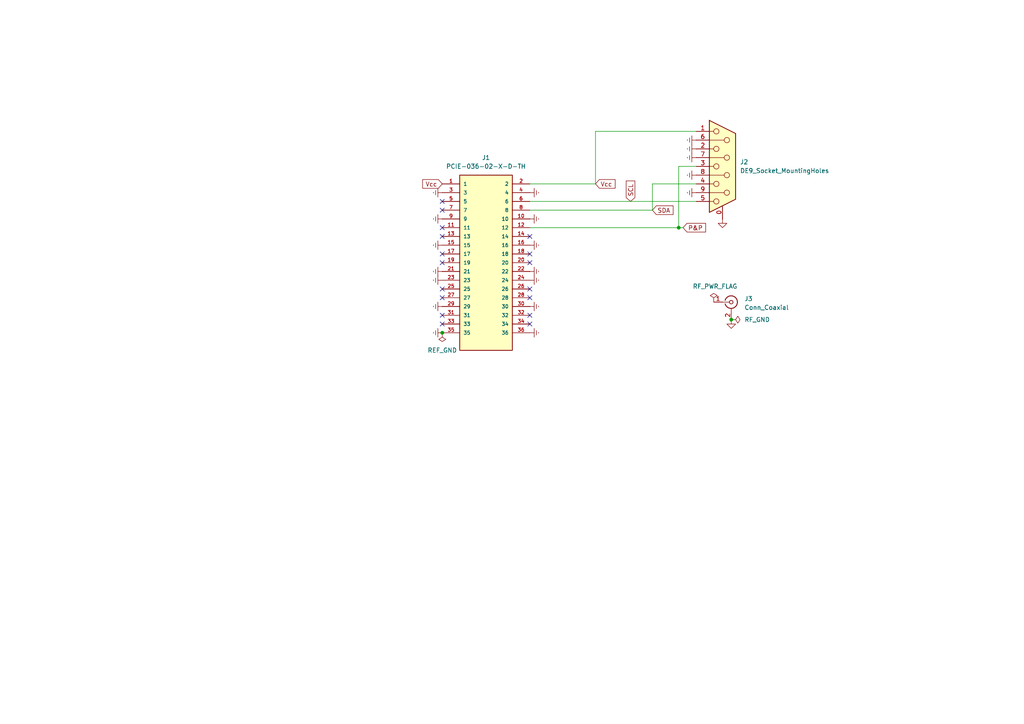
<source format=kicad_sch>
(kicad_sch (version 20250114) (generator "eeschema") (generator_version "9.0")
  (paper "A4")
  (lib_symbols
    (symbol "Connector:Conn_Coaxial" (pin_names (offset 1.016) (hide yes))
      (property "Reference" "J" (at 0.254 3.048 0))
      (property "Value" "Conn_Coaxial" (at 2.921 0 90))
      (symbol "Conn_Coaxial_0_1"
        (polyline (pts (xy -2.54 0) (xy -0.508 0)))
        (arc (start 1.778 0) (mid 0.222 -1.8079) (end -1.778 -0.508) (stroke (width 0.254)))
        (arc (start -1.778 0.508) (mid 0.2221 1.8084) (end 1.778 0) (stroke (width 0.254)))
        (circle (center 0 0) (radius 0.508) (stroke (width 0.2032)))
        (polyline (pts (xy 0 -2.54) (xy 0 -1.778)))
      )
      (symbol "Conn_Coaxial_1_1"
        (pin passive line (at -5.08 0 0) (length 2.54) (name "In") (number "1"))
        (pin passive line (at 0 -5.08 90) (length 2.54) (name "Ext") (number "2"))
      )
    )
    (symbol "Connector:DE9_Socket_MountingHoles" (pin_names (offset 1.016) (hide yes))
      (property "Reference" "J" (at 0 16.51 0))
      (property "Value" "DE9_Socket_MountingHoles" (at 0 14.605 0))
      (symbol "DE9_Socket_MountingHoles_0_1"
        (polyline (pts (xy -3.81 13.335) (xy -3.81 -13.335) (xy 3.81 -9.525) (xy 3.81 9.525) (xy -3.81 13.335)) (stroke (width 0.254)) (fill (type background)))
        (polyline (pts (xy -3.81 10.16) (xy -2.54 10.16)))
        (polyline (pts (xy -3.81 7.62) (xy 0.508 7.62)))
        (polyline (pts (xy -3.81 5.08) (xy -2.54 5.08)))
        (polyline (pts (xy -3.81 2.54) (xy 0.508 2.54)))
        (polyline (pts (xy -3.81 0) (xy -2.54 0)))
        (polyline (pts (xy -3.81 -2.54) (xy 0.508 -2.54)))
        (polyline (pts (xy -3.81 -5.08) (xy -2.54 -5.08)))
        (polyline (pts (xy -3.81 -7.62) (xy 0.508 -7.62)))
        (polyline (pts (xy -3.81 -10.16) (xy -2.54 -10.16)))
        (circle (center -1.778 10.16) (radius 0.762))
        (circle (center -1.778 5.08) (radius 0.762))
        (circle (center -1.778 0) (radius 0.762))
        (circle (center -1.778 -5.08) (radius 0.762))
        (circle (center -1.778 -10.16) (radius 0.762))
        (circle (center 1.27 7.62) (radius 0.762))
        (circle (center 1.27 2.54) (radius 0.762))
        (circle (center 1.27 -2.54) (radius 0.762))
        (circle (center 1.27 -7.62) (radius 0.762))
      )
      (symbol "DE9_Socket_MountingHoles_1_1"
        (pin passive line (at -7.62 10.16 0) (length 3.81) (name "1") (number "1"))
        (pin passive line (at -7.62 7.62 0) (length 3.81) (name "6") (number "6"))
        (pin passive line (at -7.62 5.08 0) (length 3.81) (name "2") (number "2"))
        (pin passive line (at -7.62 2.54 0) (length 3.81) (name "7") (number "7"))
        (pin passive line (at -7.62 0 0) (length 3.81) (name "3") (number "3"))
        (pin passive line (at -7.62 -2.54 0) (length 3.81) (name "8") (number "8"))
        (pin passive line (at -7.62 -5.08 0) (length 3.81) (name "4") (number "4"))
        (pin passive line (at -7.62 -7.62 0) (length 3.81) (name "9") (number "9"))
        (pin passive line (at -7.62 -10.16 0) (length 3.81) (name "5") (number "5"))
        (pin passive line (at 0 -15.24 90) (length 3.81) (name "PAD") (number "0"))
      )
    )
    (symbol "Samtec:PCIE-036-02-X-D-TH" (pin_names (offset 1.016))
      (property "Reference" "J1" (at 0 30.48 0))
      (property "Value" "PCIE-036-02-X-D-TH" (at 0 27.94 0))
      (symbol "PCIE-036-02-X-D-TH_0_0"
        (rectangle (start -7.62 25.4) (end 7.62 -25.4) (stroke (width 0.254)) (fill (type background)))
        (pin passive line (at -12.7 22.86 0) (length 5.08) (name "1") (number "1"))
        (pin passive line (at -12.7 20.32 0) (length 5.08) (name "3") (number "3"))
        (pin passive line (at -12.7 17.78 0) (length 5.08) (name "5") (number "5"))
        (pin passive line (at -12.7 15.24 0) (length 5.08) (name "7") (number "7"))
        (pin passive line (at -12.7 12.7 0) (length 5.08) (name "9") (number "9"))
        (pin passive line (at -12.7 10.16 0) (length 5.08) (name "11") (number "11"))
        (pin passive line (at -12.7 7.62 0) (length 5.08) (name "13") (number "13"))
        (pin passive line (at -12.7 5.08 0) (length 5.08) (name "15") (number "15"))
        (pin passive line (at -12.7 2.54 0) (length 5.08) (name "17") (number "17"))
        (pin passive line (at -12.7 0 0) (length 5.08) (name "19") (number "19"))
        (pin passive line (at -12.7 -2.54 0) (length 5.08) (name "21") (number "21"))
        (pin passive line (at -12.7 -5.08 0) (length 5.08) (name "23") (number "23"))
        (pin passive line (at -12.7 -7.62 0) (length 5.08) (name "25") (number "25"))
        (pin passive line (at -12.7 -10.16 0) (length 5.08) (name "27") (number "27"))
        (pin passive line (at -12.7 -12.7 0) (length 5.08) (name "29") (number "29"))
        (pin passive line (at -12.7 -15.24 0) (length 5.08) (name "31") (number "31"))
        (pin passive line (at -12.7 -17.78 0) (length 5.08) (name "33") (number "33"))
        (pin passive line (at -12.7 -20.32 0) (length 5.08) (name "35") (number "35"))
        (pin passive line (at 12.7 22.86 180) (length 5.08) (name "2") (number "2"))
        (pin passive line (at 12.7 20.32 180) (length 5.08) (name "4") (number "4"))
        (pin passive line (at 12.7 17.78 180) (length 5.08) (name "6") (number "6"))
        (pin passive line (at 12.7 15.24 180) (length 5.08) (name "8") (number "8"))
        (pin passive line (at 12.7 12.7 180) (length 5.08) (name "10") (number "10"))
        (pin passive line (at 12.7 10.16 180) (length 5.08) (name "12") (number "12"))
        (pin passive line (at 12.7 7.62 180) (length 5.08) (name "14") (number "14"))
        (pin passive line (at 12.7 5.08 180) (length 5.08) (name "16") (number "16"))
        (pin passive line (at 12.7 2.54 180) (length 5.08) (name "18") (number "18"))
        (pin passive line (at 12.7 0 180) (length 5.08) (name "20") (number "20"))
        (pin passive line (at 12.7 -2.54 180) (length 5.08) (name "22") (number "22"))
        (pin passive line (at 12.7 -5.08 180) (length 5.08) (name "24") (number "24"))
        (pin passive line (at 12.7 -7.62 180) (length 5.08) (name "26") (number "26"))
        (pin passive line (at 12.7 -10.16 180) (length 5.08) (name "28") (number "28"))
        (pin passive line (at 12.7 -12.7 180) (length 5.08) (name "30") (number "30"))
        (pin passive line (at 12.7 -15.24 180) (length 5.08) (name "32") (number "32"))
        (pin passive line (at 12.7 -17.78 180) (length 5.08) (name "34") (number "34"))
        (pin passive line (at 12.7 -20.32 180) (length 5.08) (name "36") (number "36"))
      )
    )
    (symbol "power:GND" (power) (pin_numbers (hide yes)) (pin_names (offset 0) (hide yes))
      (property "Value" "GND" (at 0 -3.81 0))
      (symbol "GND_0_1"
        (polyline (pts (xy 0 0) (xy 0 -1.27) (xy 1.27 -1.27) (xy 0 -2.54) (xy -1.27 -1.27) (xy 0 -1.27)))
      )
      (symbol "GND_1_1"
        (pin power_in line (at 0 0 270) (length 0) (name "~") (number "1"))
      )
    )
    (symbol "power:GNDREF" (power) (pin_numbers (hide yes)) (pin_names (offset 0) (hide yes))
      (property "Value" "GNDREF" (at 0 -3.81 0))
      (symbol "GNDREF_0_1"
        (polyline (pts (xy -0.635 -1.905) (xy 0.635 -1.905)))
        (polyline (pts (xy -0.127 -2.54) (xy 0.127 -2.54)))
        (polyline (pts (xy 0 -1.27) (xy 0 0)))
        (polyline (pts (xy 1.27 -1.27) (xy -1.27 -1.27)))
      )
      (symbol "GNDREF_1_1"
        (pin power_in line (at 0 0 270) (length 0) (name "~") (number "1"))
      )
    )
    (symbol "power:PWR_FLAG" (power) (pin_numbers (hide yes)) (pin_names (offset 0) (hide yes))
      (property "Value" "PWR_FLAG" (at 0 3.81 0))
      (symbol "PWR_FLAG_0_0"
        (pin power_out line (at 0 0 90) (length 0) (name "~") (number "1"))
      )
      (symbol "PWR_FLAG_0_1"
        (polyline (pts (xy 0 0) (xy 0 1.27) (xy -1.016 1.905) (xy 0 2.54) (xy 1.016 1.905) (xy 0 1.27)))
      )
    )
  )
  (junction (at 128.27 96.52))
  (junction (at 196.85 66.04))
  (junction (at 212.09 92.71))
  (no_connect (at 128.27 58.42))
  (no_connect (at 128.27 76.2))
  (no_connect (at 128.27 83.82))
  (no_connect (at 153.67 93.98))
  (no_connect (at 128.27 68.58))
  (no_connect (at 153.67 83.82))
  (no_connect (at 153.67 73.66))
  (no_connect (at 153.67 86.36))
  (no_connect (at 128.27 66.04))
  (no_connect (at 128.27 93.98))
  (no_connect (at 153.67 91.44))
  (no_connect (at 128.27 60.96))
  (no_connect (at 128.27 86.36))
  (no_connect (at 128.27 73.66))
  (no_connect (at 153.67 68.58))
  (no_connect (at 153.67 76.2))
  (no_connect (at 128.27 91.44))
  (wire (pts (xy 189.23 60.96) (xy 153.67 60.96)))
  (wire (pts (xy 189.23 53.34) (xy 189.23 60.96)))
  (wire (pts (xy 198.12 66.04) (xy 196.85 66.04)))
  (wire (pts (xy 196.85 48.26) (xy 196.85 66.04)))
  (wire (pts (xy 153.67 53.34) (xy 172.72 53.34)))
  (wire (pts (xy 201.93 48.26) (xy 196.85 48.26)))
  (wire (pts (xy 201.93 53.34) (xy 189.23 53.34)))
  (wire (pts (xy 172.72 38.1) (xy 201.93 38.1)))
  (wire (pts (xy 196.85 66.04) (xy 153.67 66.04)))
  (wire (pts (xy 172.72 38.1) (xy 172.72 53.34)))
  (wire (pts (xy 153.67 58.42) (xy 201.93 58.42)))
  (global_label "Vcc" (shape input) (at 128.27 53.34 180) (property "Intersheetrefs" "${INTERSHEET_REFS}" (effects (hide yes))))
  (global_label "Vcc" (shape input) (at 172.72 53.34 0) (property "Intersheetrefs" "${INTERSHEET_REFS}" (effects (hide yes))))
  (global_label "SDA" (shape input) (at 189.23 60.96 0) (property "Intersheetrefs" "${INTERSHEET_REFS}" (effects (hide yes))))
  (global_label "SCL" (shape input) (at 182.88 58.42 90) (property "Intersheetrefs" "${INTERSHEET_REFS}" (effects (hide yes))))
  (global_label "P&P" (shape input) (at 198.12 66.04 0) (property "Intersheetrefs" "${INTERSHEET_REFS}" (effects (hide yes))))
  (symbol (lib_id "Connector:Conn_Coaxial") (at 212.09 87.63 0) (unit 1)
    (property "Reference" "J3" (at 215.9 86.6531 0) (effects (justify left)))
    (property "Value" "Conn_Coaxial" (at 215.9 89.1931 0) (effects (justify left)))
    (property "Footprint" "customLibrary:femaleBNCPanel" (effects (hide yes)))
    (property "Description" "coaxial connector (BNC, SMA, SMB, SMC, Cinch/RCA, LEMO, ...)" (effects (hide yes)))
  )
  (symbol (lib_id "power:GNDREF") (at 128.27 55.88 270) (unit 1)
    (property "Reference" "#PWR015" (effects (hide yes)))
    (property "Value" "GNDREF" (effects (hide yes)))
    (property "Description" "Power symbol creates a global label with name \"GNDREF\" , reference supply ground" (effects (hide yes)))
  )
  (symbol (lib_id "power:GNDREF") (at 128.27 96.52 270) (unit 1)
    (property "Reference" "#PWR021" (effects (hide yes)))
    (property "Value" "GNDREF" (effects (hide yes)))
    (property "Description" "Power symbol creates a global label with name \"GNDREF\" , reference supply ground" (effects (hide yes)))
  )
  (symbol (lib_id "power:GNDREF") (at 201.93 55.88 270) (unit 1)
    (property "Reference" "#PWR08" (effects (hide yes)))
    (property "Value" "GNDREF" (effects (hide yes)))
    (property "Description" "Power symbol creates a global label with name \"GNDREF\" , reference supply ground" (effects (hide yes)))
  )
  (symbol (lib_id "power:GND") (at 212.09 92.71 0) (unit 1)
    (property "Reference" "#PWR01" (effects (hide yes)))
    (property "Value" "GNDRF" (effects (hide yes)))
    (property "Description" "Power symbol creates a global label with name \"GND\" , ground" (effects (hide yes)))
  )
  (symbol (lib_id "power:GNDREF") (at 128.27 88.9 270) (unit 1)
    (property "Reference" "#PWR020" (effects (hide yes)))
    (property "Value" "GNDREF" (effects (hide yes)))
    (property "Description" "Power symbol creates a global label with name \"GNDREF\" , reference supply ground" (effects (hide yes)))
  )
  (symbol (lib_id "power:GNDREF") (at 201.93 43.18 270) (unit 1)
    (property "Reference" "#PWR04" (effects (hide yes)))
    (property "Value" "GNDREF" (effects (hide yes)))
    (property "Description" "Power symbol creates a global label with name \"GNDREF\" , reference supply ground" (effects (hide yes)))
  )
  (symbol (lib_id "power:GND") (at 209.55 63.5 0) (unit 1)
    (property "Reference" "#PWR02" (effects (hide yes)))
    (property "Value" "GNDRF" (effects (hide yes)))
    (property "Description" "Power symbol creates a global label with name \"GND\" , ground" (effects (hide yes)))
  )
  (symbol (lib_id "power:PWR_FLAG") (at 128.27 96.52 180) (unit 1)
    (property "Reference" "#FLG02" (effects (hide yes)))
    (property "Value" "REF_GND" (at 128.27 101.6 0))
    (property "Description" "Special symbol for telling ERC where power comes from" (effects (hide yes)))
  )
  (symbol (lib_id "power:GNDREF") (at 201.93 40.64 270) (unit 1)
    (property "Reference" "#PWR05" (effects (hide yes)))
    (property "Value" "GNDREF" (effects (hide yes)))
    (property "Description" "Power symbol creates a global label with name \"GNDREF\" , reference supply ground" (effects (hide yes)))
  )
  (symbol (lib_id "power:GNDREF") (at 153.67 96.52 90) (unit 1)
    (property "Reference" "#PWR013" (effects (hide yes)))
    (property "Value" "GNDREF" (effects (hide yes)))
    (property "Description" "Power symbol creates a global label with name \"GNDREF\" , reference supply ground" (effects (hide yes)))
  )
  (symbol (lib_id "power:GNDREF") (at 128.27 81.28 270) (unit 1)
    (property "Reference" "#PWR019" (effects (hide yes)))
    (property "Value" "GNDREF" (effects (hide yes)))
    (property "Description" "Power symbol creates a global label with name \"GNDREF\" , reference supply ground" (effects (hide yes)))
  )
  (symbol (lib_id "power:GNDREF") (at 201.93 45.72 270) (unit 1)
    (property "Reference" "#PWR06" (effects (hide yes)))
    (property "Value" "GNDREF" (effects (hide yes)))
    (property "Description" "Power symbol creates a global label with name \"GNDREF\" , reference supply ground" (effects (hide yes)))
  )
  (symbol (lib_id "power:GNDREF") (at 153.67 55.88 90) (unit 1)
    (property "Reference" "#PWR03" (effects (hide yes)))
    (property "Value" "GNDREF" (effects (hide yes)))
    (property "Description" "Power symbol creates a global label with name \"GNDREF\" , reference supply ground" (effects (hide yes)))
  )
  (symbol (lib_id "power:GNDREF") (at 153.67 88.9 90) (unit 1)
    (property "Reference" "#PWR012" (effects (hide yes)))
    (property "Value" "GNDREF" (effects (hide yes)))
    (property "Description" "Power symbol creates a global label with name \"GNDREF\" , reference supply ground" (effects (hide yes)))
  )
  (symbol (lib_id "power:GNDREF") (at 153.67 81.28 90) (unit 1)
    (property "Reference" "#PWR011" (effects (hide yes)))
    (property "Value" "GNDREF" (effects (hide yes)))
    (property "Description" "Power symbol creates a global label with name \"GNDREF\" , reference supply ground" (effects (hide yes)))
  )
  (symbol (lib_id "power:GNDREF") (at 128.27 78.74 270) (unit 1)
    (property "Reference" "#PWR018" (effects (hide yes)))
    (property "Value" "GNDREF" (effects (hide yes)))
    (property "Description" "Power symbol creates a global label with name \"GNDREF\" , reference supply ground" (effects (hide yes)))
  )
  (symbol (lib_id "power:GNDREF") (at 128.27 71.12 270) (unit 1)
    (property "Reference" "#PWR017" (effects (hide yes)))
    (property "Value" "GNDREF" (effects (hide yes)))
    (property "Description" "Power symbol creates a global label with name \"GNDREF\" , reference supply ground" (effects (hide yes)))
  )
  (symbol (lib_id "power:GNDREF") (at 153.67 63.5 90) (unit 1)
    (property "Reference" "#PWR014" (effects (hide yes)))
    (property "Value" "GNDREF" (effects (hide yes)))
    (property "Description" "Power symbol creates a global label with name \"GNDREF\" , reference supply ground" (effects (hide yes)))
  )
  (symbol (lib_id "Connector:DE9_Socket_MountingHoles") (at 209.55 48.26 0) (unit 1)
    (property "Reference" "J2" (at 214.63 46.9899 0) (effects (justify left)))
    (property "Value" "DE9_Socket_MountingHoles" (at 214.63 49.5299 0) (effects (justify left)))
    (property "Footprint" "Connector_Dsub:DSUB-9_Socket_Vertical_P2.77x2.84mm_MountingHoles" (effects (hide yes)))
    (property "Datasheet" "https://www.we-online.com/components/products/datasheet/61800929321.pdf" (effects (hide yes)))
    (property "Description" "9-pin D-SUB connector, socket (female), Mounting Hole" (effects (hide yes)))
    (property "Manufactuer" "Wurth Elektronik " (effects (hide yes)))
    (property "Manufactuer Part Number" "61800929321 " (effects (hide yes)))
    (property "Mouser Part Number" " 710-61800929321 " (effects (hide yes)))
    (property "Mouser Price/Stock" "https://www.mouser.it/ProductDetail/Wurth-Elektronik/61800929321?qs=eP2BKZSCXI6feUgmq1x3Og%3D%3D" (effects (hide yes)))
  )
  (symbol (lib_id "power:GNDREF") (at 153.67 71.12 90) (unit 1)
    (property "Reference" "#PWR09" (effects (hide yes)))
    (property "Value" "GNDREF" (effects (hide yes)))
    (property "Description" "Power symbol creates a global label with name \"GNDREF\" , reference supply ground" (effects (hide yes)))
  )
  (symbol (lib_id "power:GNDREF") (at 128.27 63.5 270) (unit 1)
    (property "Reference" "#PWR016" (effects (hide yes)))
    (property "Value" "GNDREF" (effects (hide yes)))
    (property "Description" "Power symbol creates a global label with name \"GNDREF\" , reference supply ground" (effects (hide yes)))
  )
  (symbol (lib_id "Samtec:PCIE-036-02-X-D-TH") (at 140.97 76.2 0) (unit 1)
    (property "Reference" "J1" (at 140.97 45.72 0))
    (property "Value" "PCIE-036-02-X-D-TH" (at 140.97 48.26 0))
    (property "Footprint" "ProjectModels:SAMTEC_PCIE-036-02-X-D-TH" (effects (hide yes)))
    (property "Datasheet" "https://www.mouser.it/datasheet/3/85/1/pcie.pdf" (effects (hide yes)))
    (property "Manufacturer" "Samtec Inc" (effects (hide yes)))
    (property "Manufacturer Part Number" "PCIE-036-02-F-D-TH " (effects (hide yes)))
    (property "Mouser Part Number" " 200-PCIE03602FDTH " (effects (hide yes)))
    (property "Mouser Price/Stock" "https://www.mouser.it/ProductDetail/Samtec/PCIE-036-02-F-D-TH?qs=iT52DjcXudt3m%2F1u46tVjA%3D%3D" (effects (hide yes)))
  )
  (symbol (lib_id "power:GNDREF") (at 153.67 78.74 90) (unit 1)
    (property "Reference" "#PWR010" (effects (hide yes)))
    (property "Value" "GNDREF" (effects (hide yes)))
    (property "Description" "Power symbol creates a global label with name \"GNDREF\" , reference supply ground" (effects (hide yes)))
  )
  (symbol (lib_id "power:PWR_FLAG") (at 207.01 87.63 0) (unit 1)
    (property "Reference" "#FLG01" (effects (hide yes)))
    (property "Value" "RF_PWR_FLAG" (at 200.914 83.058 0) (effects (justify left)))
    (property "Description" "Special symbol for telling ERC where power comes from" (effects (hide yes)))
  )
  (symbol (lib_id "power:GNDREF") (at 201.93 50.8 270) (unit 1)
    (property "Reference" "#PWR07" (effects (hide yes)))
    (property "Value" "GNDREF" (effects (hide yes)))
    (property "Description" "Power symbol creates a global label with name \"GNDREF\" , reference supply ground" (effects (hide yes)))
  )
  (symbol (lib_id "power:PWR_FLAG") (at 212.09 92.71 270) (unit 1)
    (property "Reference" "#FLG03" (effects (hide yes)))
    (property "Value" "RF_GND" (at 215.9 92.7099 90) (effects (justify left)))
    (property "Description" "Special symbol for telling ERC where power comes from" (effects (hide yes)))
  )
)
</source>
